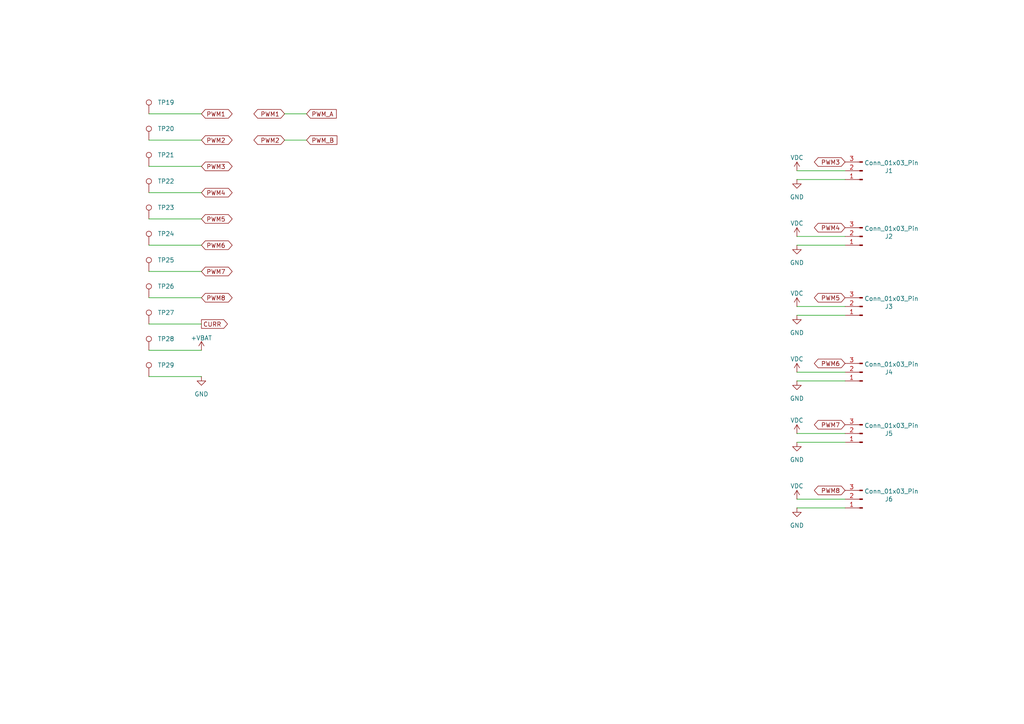
<source format=kicad_sch>
(kicad_sch (version 20231120) (generator "eeschema") (generator_version "8.0")
  (paper "A4")
  (lib_symbols
    (symbol "Connector:Conn_01x03_Pin" (pin_names (offset 1.016) hide)
      (property "Reference" "J" (at 0 5.08 0))
      (property "Value" "Conn_01x03_Pin" (at 0 -5.08 0))
      (symbol "Conn_01x03_Pin_1_1"
        (polyline (pts (xy 1.27 -2.54) (xy 0.8636 -2.54)) (stroke (width 0.1524)))
        (polyline (pts (xy 1.27 0) (xy 0.8636 0)) (stroke (width 0.1524)))
        (polyline (pts (xy 1.27 2.54) (xy 0.8636 2.54)) (stroke (width 0.1524)))
        (rectangle (start 0.8636 -2.413) (end 0 -2.667) (stroke (width 0.1524)) (fill (type outline)))
        (rectangle (start 0.8636 0.127) (end 0 -0.127) (stroke (width 0.1524)) (fill (type outline)))
        (rectangle (start 0.8636 2.667) (end 0 2.413) (stroke (width 0.1524)) (fill (type outline)))
        (pin passive line (at 5.08 2.54 180) (length 3.81) (name "Pin_1") (number "1"))
        (pin passive line (at 5.08 0 180) (length 3.81) (name "Pin_2") (number "2"))
        (pin passive line (at 5.08 -2.54 180) (length 3.81) (name "Pin_3") (number "3"))
      )
    )
    (symbol "Connector:TestPoint" (pin_numbers hide) (pin_names (offset 0.762) hide)
      (property "Reference" "TP" (at 0 6.858 0))
      (property "Value" "TestPoint" (at 0 5.08 0))
      (symbol "TestPoint_0_1"
        (circle (center 0 3.302) (radius 0.762))
      )
      (symbol "TestPoint_1_1"
        (pin passive line (at 0 0 90) (length 2.54) (name "1") (number "1"))
      )
    )
    (symbol "power:+BATT" (power) (pin_numbers hide) (pin_names (offset 0) hide)
      (property "Value" "+BATT" (at 0 3.556 0))
      (symbol "+BATT_0_1"
        (polyline (pts (xy -0.762 1.27) (xy 0 2.54)))
        (polyline (pts (xy 0 0) (xy 0 2.54)))
        (polyline (pts (xy 0 2.54) (xy 0.762 1.27)))
      )
      (symbol "+BATT_1_1"
        (pin power_in line (at 0 0 90) (length 0) (name "~") (number "1"))
      )
    )
    (symbol "power:GND" (power) (pin_numbers hide) (pin_names (offset 0) hide)
      (property "Value" "GND" (at 0 -3.81 0))
      (symbol "GND_0_1"
        (polyline (pts (xy 0 0) (xy 0 -1.27) (xy 1.27 -1.27) (xy 0 -2.54) (xy -1.27 -1.27) (xy 0 -1.27)))
      )
      (symbol "GND_1_1"
        (pin power_in line (at 0 0 270) (length 0) (name "~") (number "1"))
      )
    )
    (symbol "power:VDC" (power) (pin_numbers hide) (pin_names (offset 0) hide)
      (property "Value" "VDC" (at 0 3.556 0))
      (symbol "VDC_0_1"
        (polyline (pts (xy -0.762 1.27) (xy 0 2.54)))
        (polyline (pts (xy 0 0) (xy 0 2.54)))
        (polyline (pts (xy 0 2.54) (xy 0.762 1.27)))
      )
      (symbol "VDC_1_1"
        (pin power_in line (at 0 0 90) (length 0) (name "~") (number "1"))
      )
    )
  )
  (wire (pts (xy 245.11 128.27) (xy 231.14 128.27)))
  (wire (pts (xy 43.18 55.88) (xy 58.42 55.88)))
  (wire (pts (xy 43.18 78.74) (xy 58.42 78.74)))
  (wire (pts (xy 43.18 101.6) (xy 58.42 101.6)))
  (wire (pts (xy 245.11 144.78) (xy 231.14 144.78)))
  (wire (pts (xy 43.18 40.64) (xy 58.42 40.64)))
  (wire (pts (xy 43.18 33.02) (xy 58.42 33.02)))
  (wire (pts (xy 82.55 40.64) (xy 88.9 40.64)))
  (wire (pts (xy 43.18 93.98) (xy 58.42 93.98)))
  (wire (pts (xy 43.18 109.22) (xy 58.42 109.22)))
  (wire (pts (xy 245.11 91.44) (xy 231.14 91.44)))
  (wire (pts (xy 245.11 71.12) (xy 231.14 71.12)))
  (wire (pts (xy 43.18 86.36) (xy 58.42 86.36)))
  (wire (pts (xy 245.11 107.95) (xy 231.14 107.95)))
  (wire (pts (xy 43.18 48.26) (xy 58.42 48.26)))
  (wire (pts (xy 245.11 147.32) (xy 231.14 147.32)))
  (wire (pts (xy 82.55 33.02) (xy 88.9 33.02)))
  (wire (pts (xy 245.11 88.9) (xy 231.14 88.9)))
  (wire (pts (xy 245.11 52.07) (xy 231.14 52.07)))
  (wire (pts (xy 245.11 125.73) (xy 231.14 125.73)))
  (wire (pts (xy 245.11 49.53) (xy 231.14 49.53)))
  (wire (pts (xy 245.11 68.58) (xy 231.14 68.58)))
  (wire (pts (xy 43.18 71.12) (xy 58.42 71.12)))
  (wire (pts (xy 43.18 63.5) (xy 58.42 63.5)))
  (wire (pts (xy 245.11 110.49) (xy 231.14 110.49)))
  (global_label "PWM1" (shape bidirectional) (at 58.42 33.02 0) (property "Intersheetrefs" "${INTERSHEET_REFS}" (effects (hide yes))))
  (global_label "PWM2" (shape bidirectional) (at 58.42 40.64 0) (property "Intersheetrefs" "${INTERSHEET_REFS}" (effects (hide yes))))
  (global_label "PWM3" (shape bidirectional) (at 58.42 48.26 0) (property "Intersheetrefs" "${INTERSHEET_REFS}" (effects (hide yes))))
  (global_label "PWM2" (shape bidirectional) (at 82.55 40.64 180) (property "Intersheetrefs" "${INTERSHEET_REFS}" (effects (hide yes))))
  (global_label "PWM6" (shape bidirectional) (at 245.11 105.41 180) (property "Intersheetrefs" "${INTERSHEET_REFS}" (effects (hide yes))))
  (global_label "PWM4" (shape bidirectional) (at 245.11 66.04 180) (property "Intersheetrefs" "${INTERSHEET_REFS}" (effects (hide yes))))
  (global_label "PWM4" (shape bidirectional) (at 58.42 55.88 0) (property "Intersheetrefs" "${INTERSHEET_REFS}" (effects (hide yes))))
  (global_label "PWM8" (shape bidirectional) (at 245.11 142.24 180) (property "Intersheetrefs" "${INTERSHEET_REFS}" (effects (hide yes))))
  (global_label "PWM5" (shape bidirectional) (at 245.11 86.36 180) (property "Intersheetrefs" "${INTERSHEET_REFS}" (effects (hide yes))))
  (global_label "PWM_B" (shape input) (at 88.9 40.64 0) (property "Intersheetrefs" "${INTERSHEET_REFS}" (effects (hide yes))))
  (global_label "PWM8" (shape bidirectional) (at 58.42 86.36 0) (property "Intersheetrefs" "${INTERSHEET_REFS}" (effects (hide yes))))
  (global_label "PWM3" (shape bidirectional) (at 245.11 46.99 180) (property "Intersheetrefs" "${INTERSHEET_REFS}" (effects (hide yes))))
  (global_label "PWM1" (shape bidirectional) (at 82.55 33.02 180) (property "Intersheetrefs" "${INTERSHEET_REFS}" (effects (hide yes))))
  (global_label "PWM6" (shape bidirectional) (at 58.42 71.12 0) (property "Intersheetrefs" "${INTERSHEET_REFS}" (effects (hide yes))))
  (global_label "PWM5" (shape bidirectional) (at 58.42 63.5 0) (property "Intersheetrefs" "${INTERSHEET_REFS}" (effects (hide yes))))
  (global_label "PWM7" (shape bidirectional) (at 245.11 123.19 180) (property "Intersheetrefs" "${INTERSHEET_REFS}" (effects (hide yes))))
  (global_label "CURR" (shape output) (at 58.42 93.98 0) (property "Intersheetrefs" "${INTERSHEET_REFS}" (effects (hide yes))))
  (global_label "PWM_A" (shape input) (at 88.9 33.02 0) (property "Intersheetrefs" "${INTERSHEET_REFS}" (effects (hide yes))))
  (global_label "PWM7" (shape bidirectional) (at 58.42 78.74 0) (property "Intersheetrefs" "${INTERSHEET_REFS}" (effects (hide yes))))
  (symbol (lib_id "Connector:TestPoint") (at 43.18 33.02 0) (unit 1)
    (property "Reference" "TP19" (at 45.72 29.7179 0) (effects (justify left)))
    (property "Value" "TestPoint" (effects (hide yes)))
    (property "Footprint" "ProjectLibrary:TestPoint_Pad_1.0x1.5mm_doublesided" (effects (hide yes)))
    (property "Description" "test point" (effects (hide yes)))
  )
  (symbol (lib_id "power:GND") (at 58.42 109.22 0) (unit 1)
    (property "Reference" "#PWR090" (effects (hide yes)))
    (property "Value" "GND" (at 58.42 114.3 0))
    (property "Description" "Power symbol creates a global label with name \"GND\" , ground" (effects (hide yes)))
  )
  (symbol (lib_id "power:GND") (at 231.14 147.32 0) (mirror y) (unit 1)
    (property "Reference" "#PWR022" (effects (hide yes)))
    (property "Value" "GND" (at 231.14 152.4 0))
    (property "Description" "Power symbol creates a global label with name \"GND\" , ground" (effects (hide yes)))
  )
  (symbol (lib_id "Connector:TestPoint") (at 43.18 55.88 0) (unit 1)
    (property "Reference" "TP22" (at 45.72 52.5779 0) (effects (justify left)))
    (property "Value" "TestPoint" (effects (hide yes)))
    (property "Footprint" "ProjectLibrary:TestPoint_Pad_1.0x1.5mm_doublesided" (effects (hide yes)))
    (property "Description" "test point" (effects (hide yes)))
  )
  (symbol (lib_id "Connector:TestPoint") (at 43.18 71.12 0) (unit 1)
    (property "Reference" "TP24" (at 45.72 67.8179 0) (effects (justify left)))
    (property "Value" "TestPoint" (effects (hide yes)))
    (property "Footprint" "ProjectLibrary:TestPoint_Pad_1.0x1.5mm_doublesided" (effects (hide yes)))
    (property "Description" "test point" (effects (hide yes)))
  )
  (symbol (lib_id "power:VDC") (at 231.14 125.73 0) (mirror y) (unit 1)
    (property "Reference" "#PWR019" (effects (hide yes)))
    (property "Value" "VDC" (at 231.14 121.92 0))
    (property "Description" "Power symbol creates a global label with name \"VDC\"" (effects (hide yes)))
  )
  (symbol (lib_id "power:GND") (at 231.14 91.44 0) (mirror y) (unit 1)
    (property "Reference" "#PWR016" (effects (hide yes)))
    (property "Value" "GND" (at 231.14 96.52 0))
    (property "Description" "Power symbol creates a global label with name \"GND\" , ground" (effects (hide yes)))
  )
  (symbol (lib_id "Connector:Conn_01x03_Pin") (at 250.19 49.53 180) (unit 1)
    (property "Reference" "J1" (at 257.81 49.53 0))
    (property "Value" "Conn_01x03_Pin" (at 258.572 47.244 0))
    (property "Footprint" "Connector_PinHeader_2.54mm:PinHeader_1x03_P2.54mm_Vertical" (effects (hide yes)))
    (property "Description" "Generic connector, single row, 01x03, script generated" (effects (hide yes)))
  )
  (symbol (lib_id "Connector:TestPoint") (at 43.18 48.26 0) (unit 1)
    (property "Reference" "TP21" (at 45.72 44.9579 0) (effects (justify left)))
    (property "Value" "TestPoint" (effects (hide yes)))
    (property "Footprint" "ProjectLibrary:TestPoint_Pad_1.0x1.5mm_doublesided" (effects (hide yes)))
    (property "Description" "test point" (effects (hide yes)))
  )
  (symbol (lib_id "Connector:TestPoint") (at 43.18 93.98 0) (unit 1)
    (property "Reference" "TP27" (at 45.72 90.6779 0) (effects (justify left)))
    (property "Value" "TestPoint" (effects (hide yes)))
    (property "Footprint" "ProjectLibrary:TestPoint_Pad_1.0x1.5mm_doublesided" (effects (hide yes)))
    (property "Description" "test point" (effects (hide yes)))
  )
  (symbol (lib_id "power:GND") (at 231.14 110.49 0) (mirror y) (unit 1)
    (property "Reference" "#PWR018" (effects (hide yes)))
    (property "Value" "GND" (at 231.14 115.57 0))
    (property "Description" "Power symbol creates a global label with name \"GND\" , ground" (effects (hide yes)))
  )
  (symbol (lib_id "power:VDC") (at 231.14 144.78 0) (mirror y) (unit 1)
    (property "Reference" "#PWR021" (effects (hide yes)))
    (property "Value" "VDC" (at 231.14 140.97 0))
    (property "Description" "Power symbol creates a global label with name \"VDC\"" (effects (hide yes)))
  )
  (symbol (lib_id "power:+BATT") (at 58.42 101.6 0) (mirror y) (unit 1)
    (property "Reference" "#PWR091" (effects (hide yes)))
    (property "Value" "+VBAT" (at 58.42 98.044 0))
    (property "Description" "Power symbol creates a global label with name \"+BATT\"" (effects (hide yes)))
  )
  (symbol (lib_id "Connector:TestPoint") (at 43.18 40.64 0) (unit 1)
    (property "Reference" "TP20" (at 45.72 37.3379 0) (effects (justify left)))
    (property "Value" "TestPoint" (effects (hide yes)))
    (property "Footprint" "ProjectLibrary:TestPoint_Pad_1.0x1.5mm_doublesided" (effects (hide yes)))
    (property "Description" "test point" (effects (hide yes)))
  )
  (symbol (lib_id "Connector:TestPoint") (at 43.18 109.22 0) (unit 1)
    (property "Reference" "TP29" (at 45.72 105.9179 0) (effects (justify left)))
    (property "Value" "TestPoint" (effects (hide yes)))
    (property "Footprint" "ProjectLibrary:TestPoint_Pad_1.5x1.5mm_doublesided" (effects (hide yes)))
    (property "Description" "test point" (effects (hide yes)))
  )
  (symbol (lib_id "Connector:TestPoint") (at 43.18 78.74 0) (unit 1)
    (property "Reference" "TP25" (at 45.72 75.4379 0) (effects (justify left)))
    (property "Value" "TestPoint" (effects (hide yes)))
    (property "Footprint" "ProjectLibrary:TestPoint_Pad_1.0x1.5mm_doublesided" (effects (hide yes)))
    (property "Description" "test point" (effects (hide yes)))
  )
  (symbol (lib_id "power:GND") (at 231.14 52.07 0) (mirror y) (unit 1)
    (property "Reference" "#PWR012" (effects (hide yes)))
    (property "Value" "GND" (at 231.14 57.15 0))
    (property "Description" "Power symbol creates a global label with name \"GND\" , ground" (effects (hide yes)))
  )
  (symbol (lib_id "power:GND") (at 231.14 71.12 0) (mirror y) (unit 1)
    (property "Reference" "#PWR014" (effects (hide yes)))
    (property "Value" "GND" (at 231.14 76.2 0))
    (property "Description" "Power symbol creates a global label with name \"GND\" , ground" (effects (hide yes)))
  )
  (symbol (lib_id "Connector:TestPoint") (at 43.18 63.5 0) (unit 1)
    (property "Reference" "TP23" (at 45.72 60.1979 0) (effects (justify left)))
    (property "Value" "TestPoint" (effects (hide yes)))
    (property "Footprint" "ProjectLibrary:TestPoint_Pad_1.0x1.5mm_doublesided" (effects (hide yes)))
    (property "Description" "test point" (effects (hide yes)))
  )
  (symbol (lib_id "Connector:Conn_01x03_Pin") (at 250.19 68.58 180) (unit 1)
    (property "Reference" "J2" (at 257.81 68.58 0))
    (property "Value" "Conn_01x03_Pin" (at 258.572 66.294 0))
    (property "Footprint" "Connector_PinHeader_2.54mm:PinHeader_1x03_P2.54mm_Vertical" (effects (hide yes)))
    (property "Description" "Generic connector, single row, 01x03, script generated" (effects (hide yes)))
  )
  (symbol (lib_id "power:VDC") (at 231.14 107.95 0) (mirror y) (unit 1)
    (property "Reference" "#PWR017" (effects (hide yes)))
    (property "Value" "VDC" (at 231.14 104.14 0))
    (property "Description" "Power symbol creates a global label with name \"VDC\"" (effects (hide yes)))
  )
  (symbol (lib_id "power:VDC") (at 231.14 88.9 0) (mirror y) (unit 1)
    (property "Reference" "#PWR015" (effects (hide yes)))
    (property "Value" "VDC" (at 231.14 85.09 0))
    (property "Description" "Power symbol creates a global label with name \"VDC\"" (effects (hide yes)))
  )
  (symbol (lib_id "Connector:Conn_01x03_Pin") (at 250.19 107.95 180) (unit 1)
    (property "Reference" "J4" (at 257.81 107.95 0))
    (property "Value" "Conn_01x03_Pin" (at 258.572 105.664 0))
    (property "Footprint" "Connector_PinHeader_2.54mm:PinHeader_1x03_P2.54mm_Vertical" (effects (hide yes)))
    (property "Description" "Generic connector, single row, 01x03, script generated" (effects (hide yes)))
  )
  (symbol (lib_id "Connector:TestPoint") (at 43.18 86.36 0) (unit 1)
    (property "Reference" "TP26" (at 45.72 83.0579 0) (effects (justify left)))
    (property "Value" "TestPoint" (effects (hide yes)))
    (property "Footprint" "ProjectLibrary:TestPoint_Pad_1.0x1.5mm_doublesided" (effects (hide yes)))
    (property "Description" "test point" (effects (hide yes)))
  )
  (symbol (lib_id "Connector:Conn_01x03_Pin") (at 250.19 88.9 180) (unit 1)
    (property "Reference" "J3" (at 257.81 88.9 0))
    (property "Value" "Conn_01x03_Pin" (at 258.572 86.614 0))
    (property "Footprint" "Connector_PinHeader_2.54mm:PinHeader_1x03_P2.54mm_Vertical" (effects (hide yes)))
    (property "Description" "Generic connector, single row, 01x03, script generated" (effects (hide yes)))
  )
  (symbol (lib_id "power:VDC") (at 231.14 68.58 0) (mirror y) (unit 1)
    (property "Reference" "#PWR013" (effects (hide yes)))
    (property "Value" "VDC" (at 231.14 64.77 0))
    (property "Description" "Power symbol creates a global label with name \"VDC\"" (effects (hide yes)))
  )
  (symbol (lib_id "power:VDC") (at 231.14 49.53 0) (mirror y) (unit 1)
    (property "Reference" "#PWR011" (effects (hide yes)))
    (property "Value" "VDC" (at 231.14 45.72 0))
    (property "Description" "Power symbol creates a global label with name \"VDC\"" (effects (hide yes)))
  )
  (symbol (lib_id "Connector:Conn_01x03_Pin") (at 250.19 144.78 180) (unit 1)
    (property "Reference" "J6" (at 257.81 144.78 0))
    (property "Value" "Conn_01x03_Pin" (at 258.572 142.494 0))
    (property "Footprint" "Connector_PinHeader_2.54mm:PinHeader_1x03_P2.54mm_Vertical" (effects (hide yes)))
    (property "Description" "Generic connector, single row, 01x03, script generated" (effects (hide yes)))
  )
  (symbol (lib_id "power:GND") (at 231.14 128.27 0) (mirror y) (unit 1)
    (property "Reference" "#PWR020" (effects (hide yes)))
    (property "Value" "GND" (at 231.14 133.35 0))
    (property "Description" "Power symbol creates a global label with name \"GND\" , ground" (effects (hide yes)))
  )
  (symbol (lib_id "Connector:Conn_01x03_Pin") (at 250.19 125.73 180) (unit 1)
    (property "Reference" "J5" (at 257.81 125.73 0))
    (property "Value" "Conn_01x03_Pin" (at 258.572 123.444 0))
    (property "Footprint" "Connector_PinHeader_2.54mm:PinHeader_1x03_P2.54mm_Vertical" (effects (hide yes)))
    (property "Description" "Generic connector, single row, 01x03, script generated" (effects (hide yes)))
  )
  (symbol (lib_id "Connector:TestPoint") (at 43.18 101.6 0) (unit 1)
    (property "Reference" "TP28" (at 45.72 98.2979 0) (effects (justify left)))
    (property "Value" "TestPoint" (effects (hide yes)))
    (property "Footprint" "ProjectLibrary:TestPoint_Pad_1.5x1.5mm_doublesided" (effects (hide yes)))
    (property "Description" "test point" (effects (hide yes)))
  )
)
</source>
